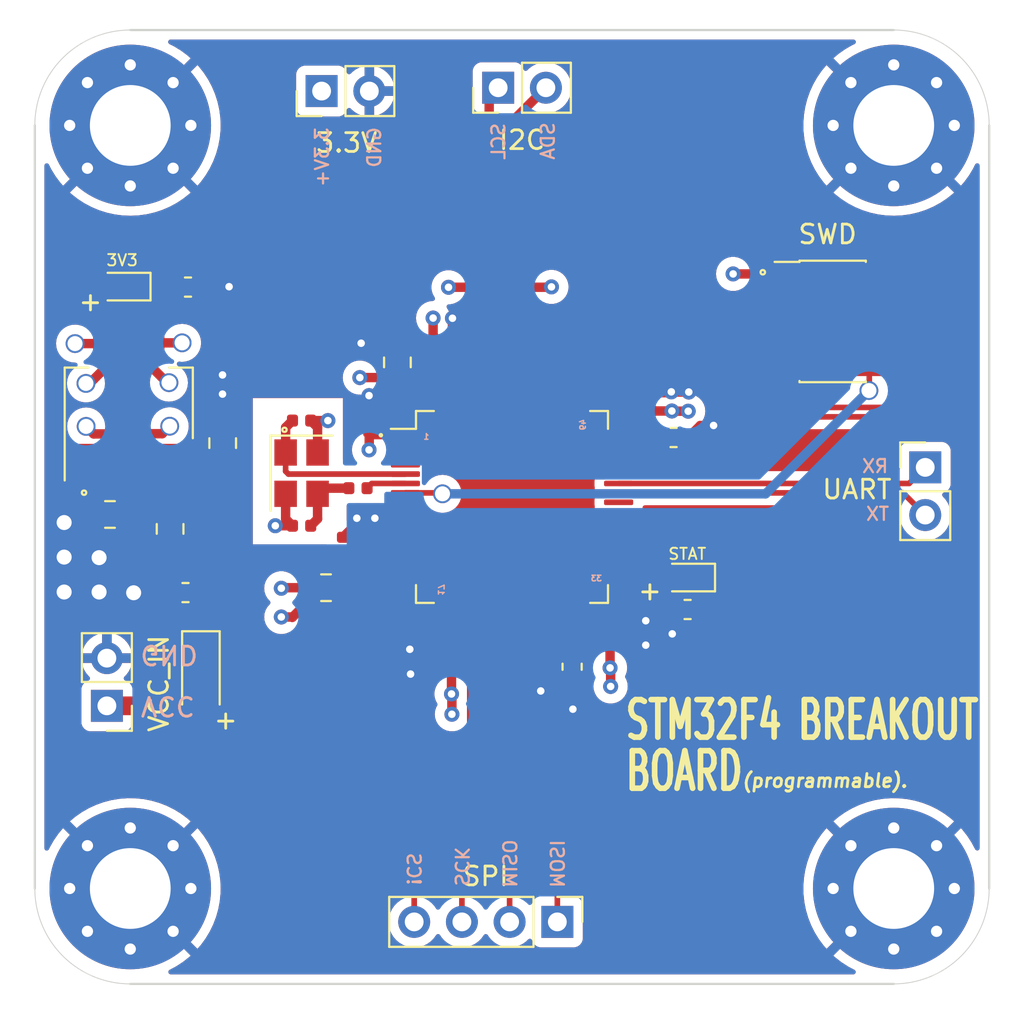
<source format=kicad_pcb>
(kicad_pcb (version 20211014) (generator pcbnew)
  (layers (0 "F.Cu" signal) (1 "In1.Cu" power) (2 "In2.Cu" power) (31 "B.Cu" signal) (34 "B.Paste" user) (35 "F.Paste" user) (36 "B.SilkS" user "B.Silkscreen") (37 "F.SilkS" user "F.Silkscreen") (38 "B.Mask" user) (39 "F.Mask" user) (44 "Edge.Cuts" user))
  (net 0 "")
  (net 1 "Net-(C1-Pad1)")
  (net 2 "GND")
  (net 3 "+3V3")
  (net 4 "Net-(C3-Pad1)")
  (net 5 "Net-(C4-Pad1)")
  (net 6 "HSE_IN")
  (net 7 "Net-(C6-Pad1)")
  (net 8 "+3.3VA")
  (net 9 "Net-(D1-Pad1)")
  (net 10 "VCC")
  (net 11 "Net-(D2-Pad1)")
  (net 12 "Net-(D3-Pad2)")
  (net 13 "Net-(D3-Pad1)")
  (net 14 "Net-(F1-Pad2)")
  (net 15 "SWDIO")
  (net 16 "SWCLK")
  (net 17 "SWO")
  (net 20 "NRST")
  (net 21 "SPI1_CS")
  (net 22 "SPI1_SCK")
  (net 23 "SPI1_MISO")
  (net 24 "SPI1_MOSI")
  (net 25 "USART1_RX")
  (net 26 "USART1_TX")
  (net 27 "I2C1_SCL")
  (net 28 "I2C1_SDA")
  (net 29 "HSE_OUT")
  (net 30 "BOOT0")
  (net 31 "BOOT1")
  (footprint "Capacitor_SMD:C_0805_2012Metric" (layer "F.Cu") (at 35.4 47.4 90)
    (fp_text reference "C1")
    (fp_text value "10uF")
  )
  (footprint "Capacitor_SMD:C_0805_2012Metric" (layer "F.Cu") (at 29.4 51.2 180)
    (fp_text reference "C2")
    (fp_text value "10uF")
  )
  (footprint "Capacitor_SMD:C_0603_1608Metric" (layer "F.Cu") (at 54 59.309 -90)
    (fp_text reference "C3")
    (fp_text value "2.2uF")
  )
  (footprint "Capacitor_SMD:C_0603_1608Metric" (layer "F.Cu") (at 59.4 47.1)
    (fp_text reference "C4")
    (fp_text value "2.2uF")
  )
  (footprint "Capacitor_SMD:C_0402_1005Metric" (layer "F.Cu") (at 39.6 46.2)
    (fp_text reference "C5")
    (fp_text value "12pF")
  )
  (footprint "Capacitor_SMD:C_0402_1005Metric" (layer "F.Cu") (at 39.6 51.8 180)
    (fp_text reference "C6")
    (fp_text value "12pF")
  )
  (footprint "Capacitor_SMD:C_0402_1005Metric" (layer "F.Cu") (at 41.8 52.9 90)
    (fp_text reference "C7")
    (fp_text value "100nF")
  )
  (footprint "Capacitor_SMD:C_0402_1005Metric" (layer "F.Cu") (at 43.2 52.9 90)
    (fp_text reference "C8")
    (fp_text value "10nF")
  )
  (footprint "Capacitor_SMD:C_0402_1005Metric" (layer "F.Cu") (at 43.2 46.3 90)
    (fp_text reference "C10")
    (fp_text value "100nF")
  )
  (footprint "Capacitor_SMD:C_0402_1005Metric" (layer "F.Cu") (at 47.1222 58.3 180)
    (fp_text reference "C11")
    (fp_text value "100nF")
  )
  (footprint "Capacitor_SMD:C_0402_1005Metric" (layer "F.Cu") (at 47.1222 59.6 180)
    (fp_text reference "C12")
    (fp_text value "100nF")
  )
  (footprint "Capacitor_SMD:C_0402_1005Metric" (layer "F.Cu") (at 56.4 56.9)
    (fp_text reference "C13")
    (fp_text value "100nF")
  )
  (footprint "Capacitor_SMD:C_0402_1005Metric" (layer "F.Cu") (at 56.4 58.2)
    (fp_text reference "C14")
    (fp_text value "100nF")
  )
  (footprint "Capacitor_SMD:C_0402_1005Metric" (layer "F.Cu") (at 56.9 45.2 90)
    (fp_text reference "C15")
    (fp_text value "100nF")
  )
  (footprint "Capacitor_SMD:C_0402_1005Metric" (layer "F.Cu") (at 58.2 45.2 90)
    (fp_text reference "C16")
    (fp_text value "100nF")
  )
  (footprint "Capacitor_SMD:C_0402_1005Metric" (layer "F.Cu") (at 47.1 43.2)
    (fp_text reference "C17")
    (fp_text value "100nF")
  )
  (footprint "Capacitor_SMD:C_0402_1005Metric" (layer "F.Cu") (at 47.1 41.8592)
    (fp_text reference "C18")
    (fp_text value "100nF")
  )
  (footprint "Diode_SMD:D_SOD-123" (layer "F.Cu") (at 34.24 59.67 -90)
    (fp_text reference "D1")
    (fp_text value "B5819W")
  )
  (footprint "LED_SMD:LED_0603_1608Metric" (layer "F.Cu") (at 30.0736 39.0652 180)
    (fp_text reference "D2")
    (fp_text value "Red")
  )
  (footprint "LED_SMD:LED_0603_1608Metric" (layer "F.Cu") (at 60.1219 54.5592 180)
    (fp_text reference "D3")
    (fp_text value "Red")
  )
  (footprint "Fuse:Fuse_0603_1608Metric" (layer "F.Cu") (at 33.42 55.36 180)
    (fp_text reference "F1")
    (fp_text value "500mA")
  )
  (footprint "Inductor_SMD:L_0805_2012Metric" (layer "F.Cu") (at 32.6 51.9684 -90)
    (fp_text reference "FB1")
    (fp_text value "100 @ 100MHz")
  )
  (footprint "Inductor_SMD:L_0805_2012Metric" (layer "F.Cu") (at 40.9 55.1 180)
    (fp_text reference "FB2")
    (fp_text value "100 @ 100MHz")
  )
  (footprint "MountingHole:MountingHole_4.3mm_M4_Pad_Via" (layer "F.Cu") (at 30.48 30.48)
    (fp_text reference "H1")
    (fp_text value "MountingHole_Pad")
  )
  (footprint "MountingHole:MountingHole_4.3mm_M4_Pad_Via" (layer "F.Cu") (at 71.12 30.48)
    (fp_text reference "H2")
    (fp_text value "MountingHole_Pad")
  )
  (footprint "MountingHole:MountingHole_4.3mm_M4_Pad_Via" (layer "F.Cu") (at 30.48 71.12)
    (fp_text reference "H3")
    (fp_text value "MountingHole_Pad")
  )
  (footprint "MountingHole:MountingHole_4.3mm_M4_Pad_Via" (layer "F.Cu") (at 71.12 71.12)
    (fp_text reference "H4")
    (fp_text value "MountingHole_Pad")
  )
  (footprint "Crystal:Crystal_SMD_3225-4Pin_3.2x2.5mm" (layer "F.Cu") (at 39.6 49 -90)
    (fp_text reference "HSE1")
    (fp_text value "16MHz")
  )
  (footprint "Connector_PinHeader_2.54mm:PinHeader_1x02_P2.54mm_Vertical" (layer "F.Cu") (at 29.2354 61.3918 180)
    (fp_text reference "J1")
    (fp_text value "Conn_01x02")
  )
  (footprint "Connector_PinHeader_2.54mm:PinHeader_1x02_P2.54mm_Vertical" (layer "F.Cu") (at 40.6654 28.6512 90)
    (fp_text reference "J2")
    (fp_text value "Conn_01x02")
  )
  (footprint "Connector_PinHeader_1.27mm:PinHeader_2x05_P1.27mm_Vertical_SMD" (layer "F.Cu") (at 67.8688 40.9194)
    (fp_text reference "J3")
    (fp_text value "Conn_02x05_Odd_Even")
  )
  (footprint "Connector_PinHeader_2.54mm:PinHeader_1x04_P2.54mm_Vertical" (layer "F.Cu") (at 53.213 72.898 -90)
    (fp_text reference "J4")
    (fp_text value "Conn_01x04")
  )
  (footprint "Connector_PinHeader_2.54mm:PinHeader_1x02_P2.54mm_Vertical" (layer "F.Cu") (at 72.7964 48.6918)
    (fp_text reference "J5")
    (fp_text value "Conn_01x02")
  )
  (footprint "Connector_PinHeader_2.54mm:PinHeader_1x02_P2.54mm_Vertical" (layer "F.Cu") (at 50.0634 28.4734 90)
    (fp_text reference "J6")
    (fp_text value "Conn_01x02")
  )
  (footprint "Resistor_SMD:R_0402_1005Metric" (layer "F.Cu") (at 42.6 49.8 180)
    (fp_text reference "R1")
    (fp_text value "220")
  )
  (footprint "Resistor_SMD:R_0402_1005Metric" (layer "F.Cu") (at 48.7 42.5 -90)
    (fp_text reference "R2")
    (fp_text value "10k")
  )
  (footprint "Resistor_SMD:R_0402_1005Metric" (layer "F.Cu") (at 51.2 39.1)
    (fp_text reference "R6")
    (fp_text value "2k2")
  )
  (footprint "Resistor_SMD:R_0402_1005Metric" (layer "F.Cu") (at 49.1 39.1 180)
    (fp_text reference "R7")
    (fp_text value "2k2")
  )
  (footprint "Package_QFP:LQFP-64_10x10mm_P0.5mm" (layer "F.Cu") (at 50.8 50.8)
    (fp_text reference "U1")
    (fp_text value "STM32F405RGT6")
  )
  (footprint "Package_TO_SOT_SMD:SOT-223-3_TabPin2" (layer "F.Cu") (at 30.4 45.2882 90)
    (fp_text reference "U2")
    (fp_text value "AMS1117-3.3")
  )
  (footprint "Capacitor_SMD:C_0805_2012Metric" (layer "F.Cu") (at 44.7 43.1 90)
    (fp_text reference "C9")
    (fp_text value "10uF")
  )
  (footprint "Resistor_SMD:R_0603_1608Metric" (layer "F.Cu") (at 33.5534 39.0906 180)
    (fp_text reference "R3")
    (fp_text value "2k2")
  )
  (footprint "Resistor_SMD:R_0402_1005Metric" (layer "F.Cu") (at 52.324 59.1566 90)
    (fp_text reference "R4")
    (fp_text value "10k")
  )
  (footprint "Resistor_SMD:R_0603_1608Metric" (layer "F.Cu") (at 60.1472 56.261)
    (fp_text reference "R5")
    (fp_text value "2k2")
  )
  (gr_circle (center 64.15 38.3) (end 64.18 38.35) (layer "F.SilkS") (width 0.12) (fill none))
  (gr_circle (center 38.69 46.69) (end 38.71 46.74) (layer "F.SilkS") (width 0.12) (fill none))
  (gr_circle (center 43.82 46.98) (end 43.88 46.97) (layer "F.SilkS") (width 0.12) (fill none))
  (gr_circle (center 28.02 50.04) (end 28.06 50.08) (layer "F.SilkS") (width 0.12) (fill none))
  (gr_line (start 25.4 71.12) (end 25.4 30.48) (layer "Edge.Cuts") (width 0.12))
  (gr_arc (start 30.48 76.2) (mid 26.887898 74.712102) (end 25.4 71.12) (layer "Edge.Cuts") (width 0.05))
  (gr_line (start 71.12 76.2) (end 30.48 76.2) (layer "Edge.Cuts") (width 0.12))
  (gr_arc (start 71.12 25.4) (mid 74.712102 26.887898) (end 76.2 30.48) (layer "Edge.Cuts") (width 0.05))
  (gr_line (start 30.48 25.4) (end 71.12 25.4) (layer "Edge.Cuts") (width 0.12))
  (gr_arc (start 25.4 30.48) (mid 26.887898 26.887898) (end 30.48 25.4) (layer "Edge.Cuts") (width 0.05))
  (gr_arc (start 76.2 71.12) (mid 74.712102 74.712102) (end 71.12 76.2) (layer "Edge.Cuts") (width 0.05))
  (gr_line (start 76.2 30.48) (end 76.2 71.12) (layer "Edge.Cuts") (width 0.12))
  (gr_text "SCL" (at 50.08 31.33 90) (layer "B.SilkS") (effects (font (size 0.7 0.7) (thickness 0.12)) (justify mirror)))
  (gr_text "33" (at 55.29 54.6) (layer "B.SilkS") (effects (font (size 0.3 0.3) (thickness 0.075)) (justify mirror)))
  (gr_text "49" (at 54.57 46.42 90) (layer "B.SilkS") (effects (font (size 0.3 0.3) (thickness 0.075)) (justify mirror)))
  (gr_text "VCC" (at 32.48 61.4 180) (layer "B.SilkS") (effects (font (size 1 1)) (justify mirror)))
  (gr_text "MISO" (at 50.65 69.79 270) (layer "B.SilkS") (effects (font (size 0.7 0.7) (thickness 0.12)) (justify mirror)))
  (gr_text "!CS" (at 45.56 70.08 270) (layer "B.SilkS") (effects (font (size 0.7 0.7) (thickness 0.12)) (justify mirror)))
  (gr_text "MOSI" (at 53.18 69.8 270) (layer "B.SilkS") (effects (font (size 0.7 0.7) (thickness 0.12)) (justify mirror)))
  (gr_text "TX" (at 70.26 51.17) (layer "B.SilkS") (effects (font (size 0.7 0.7) (thickness 0.12)) (justify mirror)))
  (gr_text "GND" (at 43.47 31.65 90) (layer "B.SilkS") (effects (font (size 0.7 0.7) (thickness 0.12)) (justify mirror)))
  (gr_text "17" (at 47.02 55.21 270) (layer "B.SilkS") (effects (font (size 0.3 0.3) (thickness 0.075)) (justify mirror)))
  (gr_text "SDA" (at 52.71 31.31 90) (layer "B.SilkS") (effects (font (size 0.7 0.7) (thickness 0.12)) (justify mirror)))
  (gr_text "RX" (at 70.13 48.63) (layer "B.SilkS") (effects (font (size 0.7 0.7) (thickness 0.12)) (justify mirror)))
  (gr_text "SCK" (at 48.12 69.95 270) (layer "B.SilkS") (effects (font (size 0.7 0.7) (thickness 0.12)) (justify mirror)))
  (gr_text "1" (at 46.24 47.06) (layer "B.SilkS") (effects (font (size 0.3 0.3) (thickness 0.075)) (justify mirror)))
  (gr_text "GND" (at 32.55 58.67 180) (layer "B.SilkS") (effects (font (size 1 1)) (justify mirror)))
  (gr_text "3.3V+" (at 40.69 32.17 90) (layer "B.SilkS") (effects (font (size 0.7 0.7) (thickness 0.12)) (justify mirror)))
  (gr_text "STM32F4 BREAKOUT" (at 66.24 62.15) (layer "F.SilkS") (effects (font (size 2 1.25) (thickness 0.3))))
  (gr_text "BOARD" (at 59.97 64.87) (layer "F.SilkS") (effects (font (size 2 1.25) (thickness 0.3))))
  (gr_text "(programmable)." (at 67.46 65.38) (layer "F.SilkS") (effects (font (size 0.7 0.7) (thickness 0.15) italic)))
  (gr_text "3V3" (at 30.05 37.66) (layer "F.SilkS") (effects (font (size 0.6 0.6) (thickness 0.1))))
  (gr_text "+" (at 28.36 39.85) (layer "F.SilkS") (effects (font (size 1 1))))
  (gr_text "SWD" (at 67.6 36.28) (layer "F.SilkS") (effects (font (size 1 1))))
  (gr_text "3.3V" (at 42 31.41) (layer "F.SilkS") (effects (font (size 1 1))))
  (gr_text "STAT" (at 60.13 53.3) (layer "F.SilkS") (effects (font (size 0.6 0.6) (thickness 0.1))))
  (gr_text "I2C" (at 51.33 31.26) (layer "F.SilkS") (effects (font (size 1 1))))
  (gr_text "VCC_IN" (at 32.004 60.198 90) (layer "F.SilkS") (effects (font (size 1 1))))
  (gr_text "SPI" (at 49.39 70.47) (layer "F.SilkS") (effects (font (size 1 1))))
  (gr_text "UART" (at 69.16 49.87) (layer "F.SilkS") (effects (font (size 1 1))))
  (gr_text "+" (at 35.56 62.13) (layer "F.SilkS") (effects (font (size 1 1))))
  (gr_text "+" (at 58.14 55.25) (layer "F.SilkS") (effects (font (size 1 1))))
  (segment (start 35.2993 48.4382) (end 35.4 48.3375) (width 1) (layer "F.Cu") (net 1))
  (segment (start 32.7 48.4382) (end 35.2993 48.4382) (width 1) (layer "F.Cu") (net 1))
  (segment (start 32.7 50.9309) (end 32.6 51.0309) (width 1) (layer "F.Cu") (net 1))
  (segment (start 32.7 48.4382) (end 32.7 50.9309) (width 1) (layer "F.Cu") (net 1))
  (segment (start 41 46.2) (end 41 46.2) (width 0.5) (layer "F.Cu") (net 2))
  (segment (start 60.8275 46.46) (end 60.1875 47.1) (width 0.5) (layer "F.Cu") (net 2))
  (segment (start 43.5 52.115) (end 43.2 52.415) (width 0.5) (layer "F.Cu") (net 2))
  (segment (start 40.45 47.9) (end 40.45 46.565) (width 0.5) (layer "F.Cu") (net 2))
  (segment (start 46.6372 57.98) (end 46.6372 58.3) (width 0.3) (layer "F.Cu") (net 2))
  (segment (start 46.5372 59.7) (end 46.6372 59.6) (width 0.5) (layer "F.Cu") (net 2))
  (segment (start 28.1 50.8375) (end 28.4625 51.2) (width 1) (layer "F.Cu") (net 2))
  (segment (start 57.92 58.16) (end 56.925 58.16) (width 0.5) (layer "F.Cu") (net 2))
  (segment (start 40.085 46.2) (end 41 46.2) (width 0.5) (layer "F.Cu") (net 2))
  (segment (start 61.53 46.46) (end 60.8275 46.46) (width 0.5) (layer "F.Cu") (net 2))
  (segment (start 54.04 61.57) (end 54.04 60.1365) (width 0.5) (layer "F.Cu") (net 2))
  (segment (start 42.8525 42.1625) (end 42.77 42.08) (width 0.5) (layer "F.Cu") (net 2))
  (segment (start 42.54 51.4) (end 42.54 51.675) (width 0.5) (layer "F.Cu") (net 2))
  (segment (start 47.63 41.8142) (end 47.585 41.8592) (width 0.5) (layer "F.Cu") (net 2))
  (segment (start 47.55 56.475) (end 47.55 57.55) (width 0.3) (layer "F.Cu") (net 2))
  (segment (start 59.33 56.2907) (end 59.3597 56.261) (width 0.5) (layer "F.Cu") (net 2))
  (segment (start 56.9 44.715) (end 58.2 44.715) (width 0.5) (layer "F.Cu") (net 2))
  (segment (start 38.2 51.8) (end 39.115 51.8) (width 0.5) (layer "F.Cu") (net 2))
  (segment (start 43.19 44.87) (end 43.19 45.805) (width 0.5) (layer "F.Cu") (net 2))
  (segment (start 28.1 48.4382) (end 28.1 50.8375) (width 1) (layer "F.Cu") (net 2))
  (segment (start 47.63 40.75) (end 47.63 41.8142) (width 0.5) (layer "F.Cu") (net 2))
  (segment (start 57.92 56.86) (end 56.925 56.86) (width 0.5) (layer "F.Cu") (net 2))
  (segment (start 46.6372 58.3) (end 46.6372 59.6) (width 0.5) (layer "F.Cu") (net 2))
  (segment (start 52.324 59.6416) (end 53.5451 59.6416) (width 0.5) (layer "F.Cu") (net 2))
  (segment (start 35.4 46.4625) (end 35.4 44.8) (width 0.5) (layer "F.Cu") (net 2))
  (segment (start 35.4 44.8) (end 35.39 44.79) (width 0.5) (layer "F.Cu") (net 2))
  (segment (start 44.7 42.1625) (end 42.8525 42.1625) (width 0.5) (layer "F.Cu") (net 2))
  (segment (start 47.585 43.2) (end 47.585 41.8592) (width 0.5) (layer "F.Cu") (net 2))
  (segment (start 47.585 43.2) (end 47.585 43.215) (width 0.3) (layer "F.Cu") (net 2))
  (segment (start 52.324 60.594) (end 52.33 60.6) (width 0.5) (layer "F.Cu") (net 2))
  (segment (start 43.5 51.4) (end 43.5 52.115) (width 0.5) (layer "F.Cu") (net 2))
  (segment (start 42.54 51.675) (end 41.8 52.415) (width 0.5) (layer "F.Cu") (net 2))
  (segment (start 58.2 44.715) (end 59.235 44.715) (width 0.5) (layer "F.Cu") (net 2))
  (segment (start 46.98721 57.62999) (end 46.6372 57.98) (width 0.3) (layer "F.Cu") (net 2))
  (segment (start 47.47001 57.62999) (end 46.98721 57.62999) (width 0.3) (layer "F.Cu") (net 2))
  (segment (start 34.3409 39.0906) (end 35.7194 39.0906) (width 0.5) (layer "F.Cu") (net 2))
  (segment (start 40.45 46.565) (end 40.085 46.2) (width 0.5) (layer "F.Cu") (net 2))
  (segment (start 60.21 44.68) (end 59.29 44.68) (width 0.5) (layer "F.Cu") (net 2))
  (segment (start 43.2 52.415) (end 41.8 52.415) (width 0.5) (layer "F.Cu") (net 2))
  (segment (start 45.36 58.38) (end 46.5572 58.38) (width 0.5) (layer "F.Cu") (net 2))
  (segment (start 59.33 57.56) (end 59.33 56.2907) (width 0.5) (layer "F.Cu") (net 2))
  (segment (start 59.29 44.68) (end 59.28 44.67) (width 0.5) (layer "F.Cu") (net 2))
  (segment (start 56.925 58.16) (end 56.885 58.2) (width 0.5) (layer "F.Cu") (net 2))
  (segment (start 43.19 45.805) (end 43.2 45.815) (width 0.5) (layer "F.Cu") (net 2))
  (segment (start 59.235 44.715) (end 59.28 44.67) (width 0.5) (layer "F.Cu") (net 2))
  (segment (start 38.75 50.1) (end 38.75 51.435) (width 0.5) (layer "F.Cu") (net 2))
  (segment (start 53.5451 59.6416) (end 54 60.0965) (width 0.5) (layer "F.Cu") (net 2))
  (segment (start 38.75 51.435) (end 39.115 51.8) (width 0.5) (layer "F.Cu") (net 2))
  (segment (start 56.925 56.86) (end 56.885 56.9) (width 0.5) (layer "F.Cu") (net 2))
  (segment (start 46.5572 58.38) (end 46.6372 58.3) (width 0.5) (layer "F.Cu") (net 2))
  (segment (start 43.335 52.55) (end 43.2 52.415) (width 0.3) (layer "F.Cu") (net 2))
  (segment (start 45.125 52.55) (end 43.335 52.55) (width 0.3) (layer "F.Cu") (net 2))
  (segment (start 47.55 45.125) (end 47.55 43.235) (width 0.3) (layer "F.Cu") (net 2))
  (segment (start 45.4 59.7) (end 46.5372 59.7) (width 0.5) (layer "F.Cu") (net 2))
  (segment (start 54.04 60.1365) (end 54 60.0965) (width 0.5) (layer "F.Cu") (net 2))
  (segment (start 47.55 43.235) (end 47.585 43.2) (width 0.3) (layer "F.Cu") (net 2))
  (segment (start 47.55 57.55) (end 47.47001 57.62999) (width 0.3) (layer "F.Cu") (net 2))
  (segment (start 35.7194 39.0906) (end 35.74 39.07) (width 0.5) (layer "F.Cu") (net 2))
  (segment (start 56.885 56.9) (end 56.885 58.2) (width 0.5) (layer "F.Cu") (net 2))
  (segment (start 52.324 59.6416) (end 52.324 60.594) (width 0.5) (layer "F.Cu") (net 2))
  (segment (start 35.39 43.77) (end 35.39 44.79) (width 0.5) (layer "F.Cu") (net 2))
  (via (at 26.96 53.47) (size 1) (drill 0.8) (layers "F.Cu" "B.Cu") (net 2))
  (via (at 26.96 51.63) (size 1) (drill 0.8) (layers "F.Cu" "B.Cu") (net 2))
  (via (at 28.82 55.33) (size 1) (drill 0.8) (layers "F.Cu" "B.Cu") (net 2))
  (via (at 28.82 53.5) (size 1) (drill 0.8) (layers "F.Cu" "B.Cu") (net 2))
  (via (at 26.96 55.33) (size 1) (drill 0.8) (layers "F.Cu" "B.Cu") (net 2))
  (via (at 30.66 55.37) (size 1) (drill 0.8) (layers "F.Cu" "B.Cu") (net 2))
  (via (at 35.39 43.77) (size 0.8) (drill 0.4) (layers "F.Cu" "B.Cu") (net 2))
  (via (at 47.63 40.75) (size 0.8) (drill 0.4) (layers "F.Cu" "B.Cu") (net 2))
  (via (at 45.4 59.7) (size 0.8) (drill 0.4) (layers "F.Cu" "B.Cu") (net 2))
  (via (at 59.28 44.67) (size 0.8) (drill 0.4) (layers "F.Cu" "B.Cu") (net 2))
  (via (at 60.21 44.68) (size 0.8) (drill 0.4) (layers "F.Cu" "B.Cu") (net 2))
  (via (at 52.33 60.6) (size 0.8) (drill 0.4) (layers "F.Cu" "B.Cu") (net 2))
  (via (at 41 46.2) (size 0.8) (drill 0.4) (layers "F.Cu" "B.Cu") (net 2))
  (via (at 57.92 58.16) (size 0.8) (drill 0.4) (layers "F.Cu" "B.Cu") (net 2))
  (via (at 57.92 56.86) (size 0.8) (drill 0.4) (layers "F.Cu" "B.Cu") (net 2))
  (via (at 61.53 46.46) (size 0.8) (drill 0.4) (layers "F.Cu" "B.Cu") (net 2))
  (via (at 54.04 61.57) (size 0.8) (drill 0.4) (layers "F.Cu" "B.Cu") (net 2))
  (via (at 43.5 51.4) (size 0.8) (drill 0.4) (layers "F.Cu" "B.Cu") (net 2))
  (via (at 42.54 51.4) (size 0.8) (drill 0.4) (layers "F.Cu" "B.Cu") (net 2))
  (via (at 38.2 51.8) (size 0.8) (drill 0.4) (layers "F.Cu" "B.Cu") (net 2))
  (via (at 35.39 44.79) (size 0.8) (drill 0.4) (layers "F.Cu" "B.Cu") (net 2))
  (via (at 35.74 39.07) (size 0.8) (drill 0.4) (layers "F.Cu" "B.Cu") (net 2))
  (via (at 42.77 42.08) (size 0.8) (drill 0.4) (layers "F.Cu" "B.Cu") (net 2))
  (via (at 45.36 58.38) (size 0.8) (drill 0.4) (layers "F.Cu" "B.Cu") (net 2))
  (via (at 43.19 44.87) (size 0.8) (drill 0.4) (layers "F.Cu" "B.Cu") (net 2))
  (via (at 59.33 57.56) (size 0.8) (drill 0.4) (layers "F.Cu" "B.Cu") (net 2))
  (segment (start 28.12 44.22) (end 28.3182 44.22) (width 0.5) (layer "F.Cu") (net 3))
  (segment (start 30.4 51.1375) (end 30.3375 51.2) (width 1) (layer "F.Cu") (net 3))
  (segment (start 56.9 45.685) (end 58.2 45.685) (width 0.5) (layer "F.Cu") (net 3))
  (segment (start 43.2 46.785) (end 43.2 47.75) (width 0.5) (layer "F.Cu") (net 3))
  (segment (start 32.54 44.18) (end 32.4418 44.18) (width 0.5) (layer "F.Cu") (net 3))
  (segment (start 59.31 45.69) (end 58.205 45.69) (width 0.5) (layer "F.Cu") (net 3))
  (segment (start 30.3618 42.1) (end 30.4 42.1382) (width 0.5) (layer "F.Cu") (net 3))
  (segment (start 30.4 48.4382) (end 30.4 51.1375) (width 1) (layer "F.Cu") (net 3))
  (segment (start 39.085685 56.66) (end 39.105685 56.68) (width 0.5) (layer "F.Cu") (net 3))
  (segment (start 28.13 46.51) (end 28.529999 46.909999) (width 0.5) (layer "F.Cu") (net 3))
  (segment (start 62.57 38.39) (end 65.9082 38.39) (width 0.5) (layer "F.Cu") (net 3))
  (segment (start 52.88 39.1) (end 52.9 39.08) (width 0.5) (layer "F.Cu") (net 3))
  (segment (start 58.205 45.69) (end 58.2 45.685) (width 0.5) (layer "F.Cu") (net 3))
  (segment (start 32.58 46.5) (end 32.180001 46.899999) (width 0.5) (layer "F.Cu") (net 3))
  (segment (start 56.05 60.36) (end 56.05 59.4) (width 0.5) (layer "F.Cu") (net 3))
  (segment (start 28.529999 46.909999) (end 30.371799 46.909999) (width 0.5) (layer "F.Cu") (net 3))
  (segment (start 55.915 56.9) (end 55.915 58.2) (width 0.5) (layer "F.Cu") (net 3))
  (segment (start 56.475 47.05) (end 56.475 46.11) (width 0.3) (layer "F.Cu") (net 3))
  (segment (start 30.4 42.1382) (end 29.2861 41.0243) (width 1) (layer "F.Cu") (net 3))
  (segment (start 38.55 55.1) (end 38.52 55.13) (width 0.5) (layer "F.Cu") (net 3))
  (segment (start 44.5725 43.91) (end 44.7 44.0375) (width 0.5) (layer "F.Cu") (net 3))
  (segment (start 30.438201 46.899999) (end 30.4 46.9382) (width 0.5) (layer "F.Cu") (net 3))
  (segment (start 28.3182 44.22) (end 30.4 42.1382) (width 0.5) (layer "F.Cu") (net 3))
  (segment (start 48.05 57.8572) (end 47.6072 58.3) (width 0.3) (layer "F.Cu") (net 3))
  (segment (start 65.9082 38.39) (end 65.9188 38.3794) (width 0.5) (layer "F.Cu") (net 3))
  (segment (start 45.7775 44.0375) (end 46.615 43.2) (width 0.5) (layer "F.Cu") (net 3))
  (segment (start 59.32 45.7) (end 59.31 45.69) (width 0.5) (layer "F.Cu") (net 3))
  (segment (start 42.7 43.91) (end 44.5725 43.91) (width 0.5) (layer "F.Cu") (net 3))
  (segment (start 32.180001 46.899999) (end 30.438201 46.899999) (width 0.5) (layer "F.Cu") (net 3))
  (segment (start 46.615 44.69) (end 46.615 43.2) (width 0.3) (layer "F.Cu") (net 3))
  (segment (start 56.475 46.11) (end 56.9 45.685) (width 0.3) (layer "F.Cu") (net 3))
  (segment (start 60.18 45.7) (end 59.32 45.7) (width 0.5) (layer "F.Cu") (net 3))
  (segment (start 43.2 47.75) (end 43.19 47.76) (width 0.5) (layer "F.Cu") (net 3))
  (segment (start 39.105685 56.68) (end 39.9625 55.823185) (width 0.5) (layer "F.Cu") (net 3))
  (segment (start 29.2861 41.0243) (end 29.2861 39.0652) (width 1) (layer "F.Cu") (net 3))
  (segment (start 32.4418 44.18) (end 30.4 42.1382) (width 0.5) (layer "F.Cu") (net 3))
  (segment (start 30.4 46.9382) (end 30.4 48.4382) (width 0.5) (layer "F.Cu") (net 3))
  (segment (start 54.55 56.475) (end 55.49 56.475) (width 0.3) (layer "F.Cu") (net 3))
  (segment (start 39.9625 55.823185) (end 39.9625 55.1) (width 0.5) (layer "F.Cu") (net 3))
  (segment (start 44.7 44.0375) (end 45.7775 44.0375) (width 0.5) (layer "F.Cu") (net 3))
  (segment (start 39.9625 55.1) (end 38.55 55.1) (width 0.5) (layer "F.Cu") (net 3))
  (segment (start 56.02 58.305) (end 55.915 58.2) (width 0.5) (layer "F.Cu") (net 3))
  (segment (start 46.6 40.74) (end 46.6 41.8442) (width 0.5) (layer "F.Cu") (net 3))
  (segment (start 46.615 41.8592) (end 46.615 43.2) (width 0.5) (layer "F.Cu") (net 3))
  (segment (start 38.52 56.66) (end 39.085685 56.66) (width 0.5) (layer "F.Cu") (net 3))
  (segment (start 45.125 47.05) (end 43.465 47.05) (width 0.3) (layer "F.Cu") (net 3))
  (segment (start 51.685 39.1) (end 52.88 39.1) (width 0.5) (layer "F.Cu") (net 3))
  (segment (start 27.54 42.1) (end 30.3618 42.1) (width 0.5) (layer "F.Cu") (net 3))
  (segment (start 47.75 58.1572) (end 47.6072 58.3) (width 0.3) (layer "F.Cu") (net 3))
  (segment (start 46.6 41.8442) (end 46.615 41.8592) (width 0.5) (layer "F.Cu") (net 3))
  (segment (start 48.615 39.1) (end 47.42 39.1) (width 0.5) (layer "F.Cu") (net 3))
  (segment (start 33.24 42.06) (end 30.4782 42.06) (width 0.5) (layer "F.Cu") (net 3))
  (segment (start 47.58 60.76) (end 47.58 59.6272) (width 0.5) (layer "F.Cu") (net 3))
  (segment (start 48.05 56.475) (end 48.05 57.8572) (width 0.3) (layer "F.Cu") (net 3))
  (segment (start 47.6072 58.3) (end 47.6072 59.6) (width 0.5) (layer "F.Cu") (net 3))
  (segment (start 30.4 48.4382) (end 30.4 42.1382) (width 1) (layer "F.Cu") (net 3))
  (segment (start 47.6 61.84) (end 47.6 60.78) (width 0.5) (layer "F.Cu") (net 3))
  (segment (start 47.58 59.6272) (end 47.6072 59.6) (width 0.5) (layer "F.Cu") (net 3))
  (segment (start 55.49 56.475) (end 55.915 56.9) (width 0.3) (layer "F.Cu") (net 3))
  (segment (start 30.371799 46.909999) (end 30.4 46.9382) (width 0.5) (layer "F.Cu") (net 3))
  (segment (start 56.02 59.37) (end 56.05 59.4) (width 0.5) (layer "F.Cu") (net 3))
  (segment (start 47.6 60.78) (end 47.58 60.76) (width 0.5) (layer "F.Cu") (net 3))
  (segment (start 44.7 44.0375) (end 44.7375 44.0375) (width 0.5) (layer "F.Cu") (net 3))
  (segment (start 30.4782 42.06) (end 30.4 42.1382) (width 0.5) (layer "F.Cu") (net 3))
  (segment (start 47.05 45.125) (end 46.615 44.69) (width 0.3) (layer "F.Cu") (net 3))
  (segment (start 56.02 59.37) (end 56.02 58.305) (width 0.5) (layer "F.Cu") (net 3))
  (segment (start 43.465 47.05) (end 43.2 46.785) (width 0.3) (layer "F.Cu") (net 3))
  (via (at 47.6 61.84) (size 0.8) (drill 0.4) (layers "F.Cu" "B.Cu") (net 3))
  (via (at 38.52 55.13) (size 0.8) (drill 0.4) (layers "F.Cu" "B.Cu") (net 3))
  (via (at 56.05 60.36) (size 0.8) (drill 0.4) (layers "F.Cu" "B.Cu") (net 3))
  (via (at 47.58 60.76) (size 0.8) (drill 0.4) (layers "F.Cu" "B.Cu") (net 3))
  (via (at 43.19 47.76) (size 0.8) (drill 0.4) (layers "F.Cu" "B.Cu") (net 3))
  (via (at 56.02 59.37) (size 0.8) (drill 0.4) (layers "F.Cu" "B.Cu") (net 3))
  (via (at 52.9 39.08) (size 0.8) (drill 0.4) (layers "F.Cu" "B.Cu") (net 3))
  (via (at 33.24 42.06) (size 1) (drill 0.8) (layers "F.Cu" "B.Cu") (net 3))
  (via (at 27.54 42.1) (size 1) (drill 0.8) (layers "F.Cu" "B.Cu") (net 3))
  (via (at 28.13 46.51) (size 1) (drill 0.8) (layers "F.Cu" "B.Cu") (net 3))
  (via (at 38.52 56.66) (size 0.8) (drill 0.4) (layers "F.Cu" "B.Cu") (net 3))
  (via (at 47.42 39.1) (size 0.8) (drill 0.4) (layers "F.Cu" "B.Cu") (net 3))
  (via (at 60.18 45.7) (size 0.8) (drill 0.4) (layers "F.Cu" "B.Cu") (net 3))
  (via (at 59.31 45.69) (size 0.8) (drill 0.4) (layers "F.Cu" "B.Cu") (net 3))
  (via (at 32.58 46.5) (size 1) (drill 0.8) (layers "F.Cu" "B.Cu") (net 3))
  (via (at 28.12 44.22) (size 1) (drill 0.8) (layers "F.Cu" "B.Cu") (net 3))
  (via (at 32.54 44.18) (size 1) (drill 0.8) (layers "F.Cu" "B.Cu") (net 3))
  (via (at 42.7 43.91) (size 0.8) (drill 0.4) (layers "F.Cu" "B.Cu") (net 3))
  (via (at 62.57 38.39) (size 0.8) (drill 0.4) (layers "F.Cu" "B.Cu") (net 3))
  (via (at 46.6 40.74) (size 0.8) (drill 0.4) (layers "F.Cu" "B.Cu") (net 3))
  (segment (start 54.05 58.4715) (end 54 58.5215) (width 0.3) (layer "F.Cu") (net 4))
  (segment (start 54.05 56.475) (end 54.05 58.4715) (width 0.3) (layer "F.Cu") (net 4))
  (segment (start 58.1625 47.55) (end 58.6125 47.1) (width 0.3) (layer "F.Cu") (net 5))
  (segment (start 56.475 47.55) (end 58.1625 47.55) (width 0.3) (layer "F.Cu") (net 5))
  (segment (start 45.125 49.05) (end 38.9 49.05) (width 0.3) (layer "F.Cu") (net 6))
  (segment (start 38.75 47.9) (end 38.75 46.565) (width 0.5) (layer "F.Cu") (net 6))
  (segment (start 38.75 48.9) (end 38.75 47.9) (width 0.3) (layer "F.Cu") (net 6))
  (segment (start 38.9 49.05) (end 38.75 48.9) (width 0.3) (layer "F.Cu") (net 6))
  (segment (start 38.75 46.565) (end 39.115 46.2) (width 0.5) (layer "F.Cu") (net 6))
  (segment (start 40.75 49.8) (end 40.45 50.1) (width 0.5) (layer "F.Cu") (net 7))
  (segment (start 40.45 51.435) (end 40.085 51.8) (width 0.5) (layer "F.Cu") (net 7))
  (segment (start 40.45 50.1) (end 40.45 51.435) (width 0.5) (layer "F.Cu") (net 7))
  (segment (start 42.115 49.8) (end 40.75 49.8) (width 0.5) (layer "F.Cu") (net 7))
  (segment (start 43.2 53.385) (end 41.8 53.385) (width 0.5) (layer "F.Cu") (net 8))
  (segment (start 45.125 53.05) (end 43.535 53.05) (width 0.3) (layer "F.Cu") (net 8))
  (segment (start 43.535 53.05) (end 43.2 53.385) (width 0.3) (layer "F.Cu") (net 8))
  (segment (start 41.8 53.385) (end 41.8 55.0625) (width 0.5) (layer "F.Cu") (net 8))
  (segment (start 41.8 55.0625) (end 41.8375 55.1) (width 0.5) (layer "F.Cu") (net 8))
  (segment (start 34.24 55.3925) (end 34.2075 55.36) (width 1) (layer "F.Cu") (net 9))
  (segment (start 34.24 58.02) (end 34.24 55.3925) (width 1) (layer "F.Cu") (net 9))
  (segment (start 34.1682 61.3918) (end 34.24 61.32) (width 1) (layer "F.Cu") (net 10))
  (segment (start 29.2354 61.3918) (end 34.1682 61.3918) (width 1) (layer "F.Cu") (net 10))
  (segment (start 32.7405 39.0652) (end 32.7659 39.0906) (width 0.5) (layer "F.Cu") (net 11))
  (segment (start 30.8611 39.0652) (end 32.7405 39.0652) (width 0.5) (layer "F.Cu") (net 11))
  (segment (start 59.3252 54.55) (end 59.3344 54.5592) (width 0.3) (layer "F.Cu") (net 12))
  (segment (start 56.475 54.55) (end 59.3252 54.55) (width 0.3) (layer "F.Cu") (net 12))
  (segment (start 60.9094 56.2357) (end 60.9347 56.261) (width 0.5) (layer "F.Cu") (net 13))
  (segment (start 60.9094 54.5592) (end 60.9094 56.2357) (width 0.5) (layer "F.Cu") (net 13))
  (segment (start 32.6325 52.9384) (end 32.6 52.9059) (width 1) (layer "F.Cu") (net 14))
  (segment (start 32.6325 55.36) (end 32.6325 52.9384) (width 1) (layer "F.Cu") (net 14))
  (segment (start 61.996585 47.336585) (end 63.4 46) (width 0.3) (layer "F.Cu") (net 15))
  (segment (start 60.9 48.4) (end 61.3 48) (width 0.3) (layer "F.Cu") (net 15))
  (segment (start 57.75 48.15) (end 58 48.4) (width 0.3) (layer "F.Cu") (net 15))
  (segment (start 72.6794 38.3794) (end 69.8188 38.3794) (width 0.3) (layer "F.Cu") (net 15))
  (segment (start 61.3 48) (end 61.996585 47.336585) (width 0.3) (layer "F.Cu") (net 15))
  (segment (start 73.1 45.4) (end 73.1 38.8) (width 0.3) (layer "F.Cu") (net 15))
  (segment (start 57.75 48.05) (end 57.75 48.15) (width 0.3) (layer "F.Cu") (net 15))
  (segment (start 72.5 46) (end 73.1 45.4) (width 0.3) (layer "F.Cu") (net 15))
  (segment (start 73.1 38.8) (end 72.6794 38.3794) (width 0.3) (layer "F.Cu") (net 15))
  (segment (start 63.4 46) (end 72.5 46) (width 0.3) (layer "F.Cu") (net 15))
  (segment (start 56.475 48.05) (end 57.75 48.05) (width 0.3) (layer "F.Cu") (net 15))
  (segment (start 58 48.4) (end 60.9 48.4) (width 0.3) (layer "F.Cu") (net 15))
  (segment (start 55.59999 43.09999) (end 55.59999 43.10001) (width 0.3) (layer "F.Cu") (net 16))
  (segment (start 62.69999 45.49999) (end 72.00001 45.49999) (width 0.3) (layer "F.Cu") (net 16))
  (segment (start 60.29999 43.09999) (end 62.69999 45.49999) (width 0.3) (layer "F.Cu") (net 16))
  (segment (start 72.5 40.8306) (end 71.3188 39.6494) (width 0.3) (layer "F.Cu") (net 16))
  (segment (start 54.55001 44.14997) (end 55.59999 43.09999) (width 0.3) (layer "F.Cu") (net 16))
  (segment (start 54.55 45.125) (end 54.55001 45.12499) (width 0.3) (layer "F.Cu") (net 16))
  (segment (start 54.55001 45.12499) (end 54.55001 44.14997) (width 0.3) (layer "F.Cu") (net 16))
  (segment (start 55.59999 43.09999) (end 60.29999 43.09999) (width 0.3) (layer "F.Cu") (net 16))
  (segment (start 72.5 45) (end 72.5 40.8306) (width 0.3) (layer "F.Cu") (net 16))
  (segment (start 71.3188 39.6494) (end 69.8188 39.6494) (width 0.3) (layer "F.Cu") (net 16))
  (segment (start 72.00001 45.49999) (end 72.5 45) (width 0.3) (layer "F.Cu") (net 16))
  (segment (start 68.3188 40.9194) (end 67.89 41.3482) (width 0.3) (layer "F.Cu") (net 17))
  (segment (start 51.55 44.35) (end 51.55 45.125) (width 0.3) (layer "F.Cu") (net 17))
  (segment (start 67.89 44.58) (end 67.7 44.77) (width 0.3) (layer "F.Cu") (net 17))
  (segment (start 53.698942 42.1) (end 51.55 44.248942) (width 0.3) (layer "F.Cu") (net 17))
  (segment (start 67.89 41.3482) (end 67.89 44.58) (width 0.3) (layer "F.Cu") (net 17))
  (segment (start 60.52 42.1) (end 63.19 44.77) (width 0.3) (layer "F.Cu") (net 17))
  (segment (start 55.73 42.1) (end 53.698942 42.1) (width 0.3) (layer "F.Cu") (net 17))
  (segment (start 63.19 44.77) (end 67.7 44.77) (width 0.3) (layer "F.Cu") (net 17))
  (segment (start 69.8188 40.9194) (end 68.3188 40.9194) (width 0.3) (layer "F.Cu") (net 17))
  (segment (start 56.4 42.1) (end 55.73 42.1) (width 0.3) (layer "F.Cu") (net 17))
  (segment (start 51.55 44.248942) (end 51.55 44.35) (width 0.3) (layer "F.Cu") (net 17))
  (segment (start 55.73 42.1) (end 60.52 42.1) (width 0.3) (layer "F.Cu") (net 17))
  (segment (start 69.8188 43.4594) (end 69.8188 44.5812) (width 0.3) (layer "F.Cu") (net 20))
  (segment (start 69.8188 44.5812) (end 69.8 44.6) (width 0.3) (layer "F.Cu") (net 20))
  (segment (start 47.05 50.05) (end 47.1 50.1) (width 0.3) (layer "F.Cu") (net 20))
  (segment (start 45.125 50.05) (end 47.05 50.05) (width 0.3) (layer "F.Cu") (net 20))
  (via (at 69.8 44.6) (size 1) (drill 0.8) (layers "F.Cu" "B.Cu") (net 20))
  (via (at 47.1 50.1) (size 1) (drill 0.8) (layers "F.Cu" "B.Cu") (net 20))
  (segment (start 47.1 50.1) (end 64.3 50.1) (width 0.5) (layer "B.Cu") (net 20))
  (segment (start 64.3 50.1) (end 69.8 44.6) (width 0.5) (layer "B.Cu") (net 20))
  (segment (start 45.593 70.107) (end 45.593 72.898) (width 0.3) (layer "F.Cu") (net 21))
  (segment (start 48.55 57.919214) (end 48.55221 57.921424) (width 0.3) (layer "F.Cu") (net 21))
  (segment (start 48.55 56.475) (end 48.55 57.919214) (width 0.3) (layer "F.Cu") (net 21))
  (segment (start 48.55221 67.14779) (end 45.593 70.107) (width 0.3) (layer "F.Cu") (net 21))
  (segment (start 48.55221 57.921424) (end 48.55221 67.14779) (width 0.3) (layer "F.Cu") (net 21))
  (segment (start 48.133 69.567) (end 48.133 72.898) (width 0.3) (layer "F.Cu") (net 22))
  (segment (start 49.05222 68.64778) (end 48.133 69.567) (width 0.3) (layer "F.Cu") (net 22))
  (segment (start 49.05 57.712094) (end 49.05222 57.714314) (width 0.3) (layer "F.Cu") (net 22))
  (segment (start 49.05222 57.714314) (end 49.05222 68.64778) (width 0.3) (layer "F.Cu") (net 22))
  (segment (start 49.05 56.475) (end 49.05 57.712094) (width 0.3) (layer "F.Cu") (net 22))
  (segment (start 50.673 69.673) (end 50.673 72.898) (width 0.3) (layer "F.Cu") (net 23))
  (segment (start 49.55223 68.55223) (end 50.673 69.673) (width 0.3) (layer "F.Cu") (net 23))
  (segment (start 49.55 56.475) (end 49.55 57.504974) (width 0.3) (layer "F.Cu") (net 23))
  (segment (start 49.55223 57.507204) (end 49.55223 68.55223) (width 0.3) (layer "F.Cu") (net 23))
  (segment (start 49.55 57.504974) (end 49.55223 57.507204) (width 0.3) (layer "F.Cu") (net 23))
  (segment (start 53.213 70.313) (end 53.213 72.898) (width 0.3) (layer "F.Cu") (net 24))
  (segment (start 50.05224 67.15224) (end 53.213 70.313) (width 0.3) (layer "F.Cu") (net 24))
  (segment (start 50.05 57.297854) (end 50.05224 57.300094) (width 0.3) (layer "F.Cu") (net 24))
  (segment (start 50.05 56.475) (end 50.05 57.297854) (width 0.3) (layer "F.Cu") (net 24))
  (segment (start 50.05224 57.300094) (end 50.05224 67.15224) (width 0.3) (layer "F.Cu") (net 24))
  (segment (start 56.475 49.55) (end 71.9382 49.55) (width 0.3) (layer "F.Cu") (net 25))
  (segment (start 71.9382 49.55) (end 72.7964 48.6918) (width 0.3) (layer "F.Cu") (net 25))
  (segment (start 71.6146 50.05) (end 72.7964 51.2318) (width 0.3) (layer "F.Cu") (net 26))
  (segment (start 56.475 50.05) (end 71.6146 50.05) (width 0.3) (layer "F.Cu") (net 26))
  (segment (start 50.715 30.3618) (end 52.6034 28.4734) (width 0.5) (layer "F.Cu") (net 27))
  (segment (start 50.05 39.765) (end 50.715 39.1) (width 0.3) (layer "F.Cu") (net 27))
  (segment (start 50.715 39.1) (end 50.715 30.3618) (width 0.5) (layer "F.Cu") (net 27))
  (segment (start 50.05 45.125) (end 50.05 39.765) (width 0.3) (layer "F.Cu") (net 27))
  (segment (start 49.55 39.135) (end 49.585 39.1) (width 0.3) (layer "F.Cu") (net 28))
  (segment (start 49.55 45.125) (end 49.55 39.135) (width 0.3) (layer "F.Cu") (net 28))
  (segment (start 49.585 39.1) (end 49.585 28.9518) (width 0.5) (layer "F.Cu") (net 28))
  (segment (start 49.585 28.9518) (end 50.0634 28.4734) (width 0.5) (layer "F.Cu") (net 28))
  (segment (start 45.125 49.55) (end 43.335 49.55) (width 0.3) (layer "F.Cu") (net 29))
  (segment (start 43.335 49.55) (end 43.085 49.8) (width 0.3) (layer "F.Cu") (net 29))
  (segment (start 49.05 45.125) (end 49.05 43.335) (width 0.3) (layer "F.Cu") (net 30))
  (segment (start 49.05 43.335) (end 48.7 42.985) (width 0.3) (layer "F.Cu") (net 30))
  (segment (start 52.55 58.4456) (end 52.324 58.6716) (width 0.3) (layer "F.Cu") (net 31))
  (segment (start 52.55 56.475) (end 52.55 58.4456) (width 0.3) (layer "F.Cu") (net 31))
  (zone (net 2) (net_name "GND") (layer "F.Cu") (connect_pads (clearance 0.508)) (min_thickness 0.254) (fill yes (thermal_gap 0.508) (thermal_bridge_width 0.508))
    (polygon (pts (xy 76.2 76.2) (xy 25.4 76.2) (xy 25.4 25.4) (xy 76.2 25.4)))
    (polygon (pts (xy 37 45) (xy 37 52.8) (xy 42 52.8) (xy 42 50.6) (xy 44 50.6) (xy 44 50) (xy 46 50) (xy 46 48.6) (xy 41.8 48.6) (xy 41.8 45)))
  )
  (zone (net 2) (net_name "GND") (layer "B.Cu") (connect_pads (clearance 0.508)) (min_thickness 0.254) (fill yes (thermal_gap 0.508) (thermal_bridge_width 0.508))
    (polygon (pts (xy 76.2 76.192509) (xy 25.4 76.192509) (xy 25.4 25.392509) (xy 76.2 25.392509)))
    (polygon (pts (xy 37 44.992509) (xy 37 52.792509) (xy 42 52.792509) (xy 42 50.592509) (xy 44 50.592509) (xy 44 49.992509) (xy 46 49.992509) (xy 46 48.592509) (xy 41.8 48.592509) (xy 41.8 44.992509)))
  )
)
</source>
